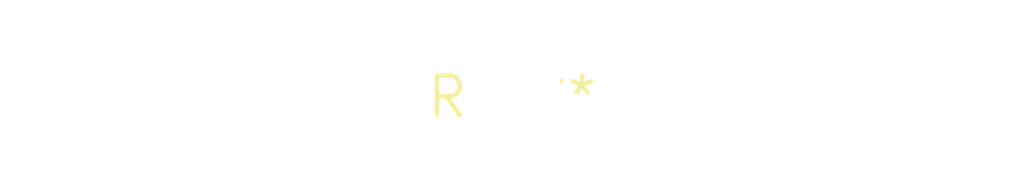
<source format=kicad_pcb>
(kicad_pcb (version 20240108) (generator pcbnew)
  (layers (0 "F.Cu" signal) (31 "B.Cu" signal) (34 "B.Paste" user) (35 "F.Paste" user) (36 "B.SilkS" user "B.Silkscreen") (37 "F.SilkS" user "F.Silkscreen") (38 "B.Mask" user) (39 "F.Mask" user) (44 "Edge.Cuts" user))
  (net 0 "")
  (footprint "MountingHole_3.2mm_M3_ISO7380" (layer "F.Cu") (at 0 0)
    (property "Reference" "REF**")
    (property "Value" "MountingHole_3.2mm_M3_ISO7380")
    (pad "" np_thru_hole circle (at 0 0) (size 3.2 3.2) (drill 3.2) (layers *.Cu *.Mask))
  )
)
</source>
